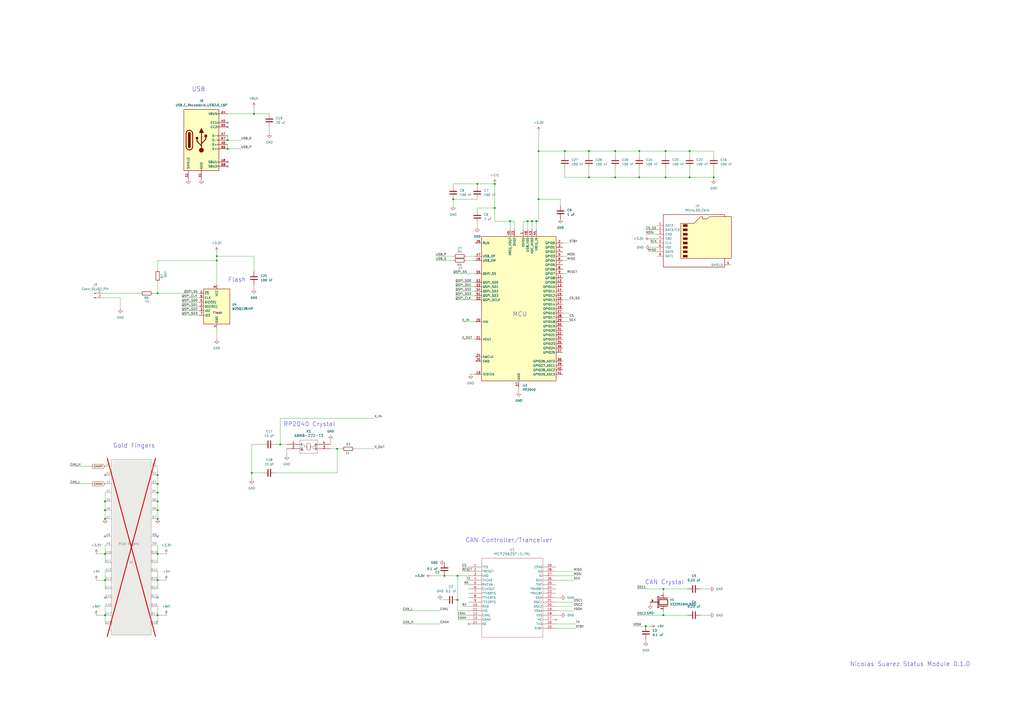
<source format=kicad_sch>
(kicad_sch (version 20250114) (generator "eeschema") (generator_version "9.0")
  (paper "A2")
  (lib_symbols
    (symbol "Connector:Bus_PCI_Express_x1" (pin_names (offset 0) (hide yes))
      (property "Reference" "J1" (at 4.826 -16.002 0))
      (property "info" "PCIe fingers" (at -1.524 -5.588 0))
      (symbol "Bus_PCI_Express_x1_1_1"
        (pin unspecified line (at -15.24 39.37 0) (length 3.81) (name "~{PRSNT1}") (number "A1"))
        (pin unspecified line (at -15.24 34.29 0) (length 3.81) (name "+12V") (number "A2"))
        (pin passive line (at -15.24 29.21 0) (length 3.81) (name "+12V") (number "A3"))
        (pin passive line (at -15.24 24.13 0) (length 3.81) (name "GND") (number "A4"))
        (pin input line (at -15.24 19.05 0) (length 3.81) (name "JTAG2") (number "A5"))
        (pin input line (at -15.24 13.97 0) (length 3.81) (name "JTAG3") (number "A6"))
        (pin output line (at -15.24 8.89 0) (length 3.81) (name "JTAG4") (number "A7"))
        (pin input line (at -15.24 -1.27 0) (length 3.81) (name "JTAG5") (number "A8"))
        (pin passive line (at -15.24 -6.35 0) (length 3.81) (name "+3.3V") (number "A9"))
        (pin passive line (at -15.24 -11.43 0) (length 3.81) (name "+3.3V") (number "A10"))
        (pin input line (at -15.24 -16.51 0) (length 3.81) (name "~{PERST}") (number "A11"))
        (pin passive line (at -15.24 -21.59 0) (length 3.81) (name "GND") (number "A12"))
        (pin input line (at -15.24 -26.67 0) (length 3.81) (name "REFCLK+") (number "A13"))
        (pin input line (at -15.24 -31.75 0) (length 3.81) (name "REFCLK-") (number "A14"))
        (pin passive line (at -15.24 -36.83 0) (length 3.81) (name "GND") (number "A15"))
        (pin output line (at -15.24 -41.91 0) (length 3.81) (name "PERp0") (number "A16"))
        (pin output line (at -15.24 -46.99 0) (length 3.81) (name "PERn0") (number "A17"))
        (pin passive line (at -15.24 -52.07 0) (length 3.81) (name "GND") (number "A18"))
        (pin power_in line (at 15.24 39.37 180) (length 3.81) (name "+12V") (number "B1"))
        (pin passive line (at 15.24 34.29 180) (length 3.81) (name "+12V") (number "B2"))
        (pin passive line (at 15.24 29.21 180) (length 3.81) (name "+12V") (number "B3"))
        (pin power_in line (at 15.24 24.13 180) (length 3.81) (name "GND") (number "B4"))
        (pin input line (at 15.24 19.05 180) (length 3.81) (name "SMCLK") (number "B5"))
        (pin bidirectional line (at 15.24 13.97 180) (length 3.81) (name "SMDAT") (number "B6"))
        (pin passive line (at 15.24 8.89 180) (length 3.81) (name "GND") (number "B7"))
        (pin power_in line (at 15.24 -1.27 180) (length 3.81) (name "+3.3V") (number "B8"))
        (pin input line (at 15.24 -6.35 180) (length 3.81) (name "JTAG1") (number "B9"))
        (pin power_in line (at 15.24 -11.43 180) (length 3.81) (name "3.3Vaux") (number "B10"))
        (pin open_collector line (at 15.24 -16.51 180) (length 3.81) (name "~{WAKE}") (number "B11"))
        (pin passive line (at 15.24 -21.59 180) (length 3.81) (name "RSVD") (number "B12"))
        (pin passive line (at 15.24 -26.67 180) (length 3.81) (name "GND") (number "B13"))
        (pin input line (at 15.24 -31.75 180) (length 3.81) (name "PETp0") (number "B14"))
        (pin input line (at 15.24 -36.83 180) (length 3.81) (name "PETn0") (number "B15"))
        (pin passive line (at 15.24 -41.91 180) (length 3.81) (name "GND") (number "B16"))
        (pin passive line (at 15.24 -46.99 180) (length 3.81) (name "~{PRSNT2}") (number "B17"))
        (pin passive line (at 15.24 -52.07 180) (length 3.81) (name "GND") (number "B18"))
      )
    )
    (symbol "Connector:Conn_01x02_Pin" (pin_names (offset 1.016) (hide yes))
      (property "Reference" "J" (at 0 2.54 0))
      (property "Value" "Conn_01x02_Pin" (at 0 -5.08 0))
      (symbol "Conn_01x02_Pin_1_1"
        (pin passive line (at 5.08 0 180) (length 3.81) (name "Pin_1") (number "1"))
        (pin passive line (at 5.08 -2.54 180) (length 3.81) (name "Pin_2") (number "2"))
      )
    )
    (symbol "Connector:Micro_SD_Card" (pin_names (offset 1.016))
      (property "Reference" "J" (at -16.51 15.24 0))
      (property "Value" "Micro_SD_Card" (at 16.51 15.24 0))
      (symbol "Micro_SD_Card_1_1"
        (pin bidirectional line (at -22.86 7.62 0) (length 3.81) (name "DAT2") (number "1"))
        (pin bidirectional line (at -22.86 5.08 0) (length 3.81) (name "DAT3/CD") (number "2"))
        (pin input line (at -22.86 2.54 0) (length 3.81) (name "CMD") (number "3"))
        (pin power_in line (at -22.86 0 0) (length 3.81) (name "VDD") (number "4"))
        (pin input line (at -22.86 -2.54 0) (length 3.81) (name "CLK") (number "5"))
        (pin power_in line (at -22.86 -5.08 0) (length 3.81) (name "VSS") (number "6"))
        (pin bidirectional line (at -22.86 -7.62 0) (length 3.81) (name "DAT0") (number "7"))
        (pin bidirectional line (at -22.86 -10.16 0) (length 3.81) (name "DAT1") (number "8"))
        (pin passive line (at 20.32 -15.24 180) (length 3.81) (name "SHIELD") (number "9"))
      )
    )
    (symbol "Connector:USB_C_Receptacle_USB2.0_16P" (pin_names (offset 1.016))
      (property "Reference" "J" (at 0 22.225 0))
      (property "Value" "USB_C_Receptacle_USB2.0_16P" (at 0 19.685 0))
      (symbol "USB_C_Receptacle_USB2.0_16P_1_1"
        (pin passive line (at -7.62 -22.86 90) (length 5.08) (name "SHIELD") (number "S1"))
        (pin passive line (at 0 -22.86 90) (length 5.08) (name "GND") (number "A1"))
        (pin passive line (at 0 -22.86 90) (length 5.08) (hide yes) (name "GND") (number "A12"))
        (pin passive line (at 0 -22.86 90) (length 5.08) (hide yes) (name "GND") (number "B1"))
        (pin passive line (at 0 -22.86 90) (length 5.08) (hide yes) (name "GND") (number "B12"))
        (pin passive line (at 15.24 15.24 180) (length 5.08) (name "VBUS") (number "A4"))
        (pin passive line (at 15.24 15.24 180) (length 5.08) (hide yes) (name "VBUS") (number "A9"))
        (pin passive line (at 15.24 15.24 180) (length 5.08) (hide yes) (name "VBUS") (number "B4"))
        (pin passive line (at 15.24 15.24 180) (length 5.08) (hide yes) (name "VBUS") (number "B9"))
        (pin bidirectional line (at 15.24 10.16 180) (length 5.08) (name "CC1") (number "A5"))
        (pin bidirectional line (at 15.24 7.62 180) (length 5.08) (name "CC2") (number "B5"))
        (pin bidirectional line (at 15.24 2.54 180) (length 5.08) (name "D-") (number "A7"))
        (pin bidirectional line (at 15.24 0 180) (length 5.08) (name "D-") (number "B7"))
        (pin bidirectional line (at 15.24 -2.54 180) (length 5.08) (name "D+") (number "A6"))
        (pin bidirectional line (at 15.24 -5.08 180) (length 5.08) (name "D+") (number "B6"))
        (pin bidirectional line (at 15.24 -12.7 180) (length 5.08) (name "SBU1") (number "A8"))
        (pin bidirectional line (at 15.24 -15.24 180) (length 5.08) (name "SBU2") (number "B8"))
      )
    )
    (symbol "Device:C" (pin_numbers (hide yes)) (pin_names (offset 0.254))
      (property "Reference" "C" (at 0.635 2.54 0))
      (property "Value" "C" (at 0.635 -2.54 0))
      (symbol "C_1_1"
        (pin passive line (at 0 3.81 270) (length 2.794) (name "~") (number "1"))
        (pin passive line (at 0 -3.81 90) (length 2.794) (name "~") (number "2"))
      )
    )
    (symbol "Device:R" (pin_numbers (hide yes)) (pin_names (offset 0))
      (property "Reference" "R" (at 2.032 0 90))
      (property "Value" "R" (at 0 0 90))
      (symbol "R_1_1"
        (pin passive line (at 0 3.81 270) (length 1.27) (name "~") (number "1"))
        (pin passive line (at 0 -3.81 90) (length 1.27) (name "~") (number "2"))
      )
    )
    (symbol "MCU_RaspberryPi:RP2040"
      (property "Reference" "U" (at 17.78 45.72 0))
      (property "Value" "RP2040" (at 17.78 43.18 0))
      (symbol "RP2040_1_1"
        (pin input line (at -25.4 38.1 0) (length 3.81) (name "RUN") (number "26"))
        (pin bidirectional line (at -25.4 30.48 0) (length 3.81) (name "USB_DP") (number "47"))
        (pin bidirectional line (at -25.4 27.94 0) (length 3.81) (name "USB_DM") (number "46"))
        (pin bidirectional line (at -25.4 20.32 0) (length 3.81) (name "QSPI_SS") (number "56"))
        (pin bidirectional line (at -25.4 15.24 0) (length 3.81) (name "QSPI_SD0") (number "53"))
        (pin bidirectional line (at -25.4 12.7 0) (length 3.81) (name "QSPI_SD1") (number "55"))
        (pin bidirectional line (at -25.4 10.16 0) (length 3.81) (name "QSPI_SD2") (number "54"))
        (pin bidirectional line (at -25.4 7.62 0) (length 3.81) (name "QSPI_SD3") (number "51"))
        (pin output line (at -25.4 5.08 0) (length 3.81) (name "QSPI_SCLK") (number "52"))
        (pin input line (at -25.4 -7.62 0) (length 3.81) (name "XIN") (number "20"))
        (pin passive line (at -25.4 -17.78 0) (length 3.81) (name "XOUT") (number "21"))
        (pin input line (at -25.4 -27.94 0) (length 3.81) (name "SWCLK") (number "24"))
        (pin bidirectional line (at -25.4 -30.48 0) (length 3.81) (name "SWD") (number "25"))
        (pin input line (at -25.4 -38.1 0) (length 3.81) (name "TESTEN") (number "19"))
        (pin power_out line (at -5.08 45.72 270) (length 3.81) (name "VREG_VOUT") (number "45"))
        (pin power_in line (at -2.54 45.72 270) (length 3.81) (name "DVDD") (number "23"))
        (pin passive line (at -2.54 45.72 270) (length 3.81) (hide yes) (name "DVDD") (number "50"))
        (pin power_in line (at 0 -45.72 90) (length 3.81) (name "GND") (number "57"))
        (pin power_in line (at 2.54 45.72 270) (length 3.81) (name "IOVDD") (number "1"))
        (pin passive line (at 2.54 45.72 270) (length 3.81) (hide yes) (name "IOVDD") (number "10"))
        (pin passive line (at 2.54 45.72 270) (length 3.81) (hide yes) (name "IOVDD") (number "22"))
        (pin passive line (at 2.54 45.72 270) (length 3.81) (hide yes) (name "IOVDD") (number "33"))
        (pin passive line (at 2.54 45.72 270) (length 3.81) (hide yes) (name "IOVDD") (number "42"))
        (pin passive line (at 2.54 45.72 270) (length 3.81) (hide yes) (name "IOVDD") (number "49"))
        (pin power_in line (at 5.08 45.72 270) (length 3.81) (name "USB_VDD") (number "48"))
        (pin power_in line (at 7.62 45.72 270) (length 3.81) (name "ADC_AVDD") (number "43"))
        (pin power_in line (at 10.16 45.72 270) (length 3.81) (name "VREG_IN") (number "44"))
        (pin bidirectional line (at 25.4 38.1 180) (length 3.81) (name "GPIO0") (number "2"))
        (pin bidirectional line (at 25.4 35.56 180) (length 3.81) (name "GPIO1") (number "3"))
        (pin bidirectional line (at 25.4 33.02 180) (length 3.81) (name "GPIO2") (number "4"))
        (pin bidirectional line (at 25.4 30.48 180) (length 3.81) (name "GPIO3") (number "5"))
        (pin bidirectional line (at 25.4 27.94 180) (length 3.81) (name "GPIO4") (number "6"))
        (pin bidirectional line (at 25.4 25.4 180) (length 3.81) (name "GPIO5") (number "7"))
        (pin bidirectional line (at 25.4 22.86 180) (length 3.81) (name "GPIO6") (number "8"))
        (pin bidirectional line (at 25.4 20.32 180) (length 3.81) (name "GPIO7") (number "9"))
        (pin bidirectional line (at 25.4 17.78 180) (length 3.81) (name "GPIO8") (number "11"))
        (pin bidirectional line (at 25.4 15.24 180) (length 3.81) (name "GPIO9") (number "12"))
        (pin bidirectional line (at 25.4 12.7 180) (length 3.81) (name "GPIO10") (number "13"))
        (pin bidirectional line (at 25.4 10.16 180) (length 3.81) (name "GPIO11") (number "14"))
        (pin bidirectional line (at 25.4 7.62 180) (length 3.81) (name "GPIO12") (number "15"))
        (pin bidirectional line (at 25.4 5.08 180) (length 3.81) (name "GPIO13") (number "16"))
        (pin bidirectional line (at 25.4 2.54 180) (length 3.81) (name "GPIO14") (number "17"))
        (pin bidirectional line (at 25.4 0 180) (length 3.81) (name "GPIO15") (number "18"))
        (pin bidirectional line (at 25.4 -2.54 180) (length 3.81) (name "GPIO16") (number "27"))
        (pin bidirectional line (at 25.4 -5.08 180) (length 3.81) (name "GPIO17") (number "28"))
        (pin bidirectional line (at 25.4 -7.62 180) (length 3.81) (name "GPIO18") (number "29"))
        (pin bidirectional line (at 25.4 -10.16 180) (length 3.81) (name "GPIO19") (number "30"))
        (pin bidirectional line (at 25.4 -12.7 180) (length 3.81) (name "GPIO20") (number "31"))
        (pin bidirectional line (at 25.4 -15.24 180) (length 3.81) (name "GPIO21") (number "32"))
        (pin bidirectional line (at 25.4 -17.78 180) (length 3.81) (name "GPIO22") (number "34"))
        (pin bidirectional line (at 25.4 -20.32 180) (length 3.81) (name "GPIO23") (number "35"))
        (pin bidirectional line (at 25.4 -22.86 180) (length 3.81) (name "GPIO24") (number "36"))
        (pin bidirectional line (at 25.4 -25.4 180) (length 3.81) (name "GPIO25") (number "37"))
        (pin bidirectional line (at 25.4 -30.48 180) (length 3.81) (name "GPIO26_ADC0") (number "38"))
        (pin bidirectional line (at 25.4 -33.02 180) (length 3.81) (name "GPIO27_ADC1") (number "39"))
        (pin bidirectional line (at 25.4 -35.56 180) (length 3.81) (name "GPIO28_ADC2") (number "40"))
        (pin bidirectional line (at 25.4 -38.1 180) (length 3.81) (name "GPIO29_ADC3") (number "41"))
      )
    )
    (symbol "Memory_Flash:W25Q128JVP"
      (property "Reference" "U" (at -6.35 11.43 0))
      (property "Value" "W25Q128JVP" (at 7.62 11.43 0))
      (symbol "W25Q128JVP_1_1"
        (pin input line (at -10.16 7.62 0) (length 2.54) (name "~{CS}") (number "1"))
        (pin input line (at -10.16 5.08 0) (length 2.54) (name "CLK") (number "6"))
        (pin bidirectional line (at -10.16 2.54 0) (length 2.54) (name "DI(IO0)") (number "5"))
        (pin bidirectional line (at -10.16 0 0) (length 2.54) (name "DO(IO1)") (number "2"))
        (pin bidirectional line (at -10.16 -2.54 0) (length 2.54) (name "IO2") (number "3"))
        (pin bidirectional line (at -10.16 -5.08 0) (length 2.54) (name "IO3") (number "7"))
        (pin power_in line (at 0 12.7 270) (length 2.54) (name "VCC") (number "8"))
        (pin power_in line (at 0 -12.7 90) (length 2.54) (name "GND") (number "4"))
      )
    )
    (symbol "challenge symbols:ABM8-272-T3" (pin_names (offset 0.254))
      (property "Reference" "X" (at 12.7 7.62 0))
      (property "Value" "ABM8-272-T3" (at 12.7 5.08 0))
      (symbol "ABM8-272-T3_0_1"
        (pin unspecified line (at 0 0 0) (length 7.62) (name "1") (number "1"))
        (pin unspecified line (at 0 -2.54 0) (length 7.62) (name "2") (number "2"))
        (pin unspecified line (at 25.4 0 180) (length 7.62) (name "4") (number "4"))
        (pin unspecified line (at 25.4 -2.54 180) (length 7.62) (name "3") (number "3"))
      )
    )
    (symbol "challenge symbols:MCP25625T-E_ML" (pin_names (offset 0.254))
      (property "Reference" "U" (at 25.4 10.16 0))
      (property "Value" "MCP25625T-E/ML" (at 25.4 7.62 0))
      (symbol "MCP25625T-E_ML_0_1"
        (pin input line (at 0 0 0) (length 7.62) (name "*CS") (number "1"))
        (pin input line (at 0 -2.54 0) (length 7.62) (name "*RESET") (number "2"))
        (pin power_in line (at 0 -5.08 0) (length 7.62) (name "VDD") (number "3"))
        (pin output line (at 0 -7.62 0) (length 7.62) (name "TXCAN") (number "4"))
        (pin input line (at 0 -10.16 0) (length 7.62) (name "RXCAN") (number "5"))
        (pin output line (at 0 -12.7 0) (length 7.62) (name "CLKOUT") (number "6"))
        (pin input line (at 0 -15.24 0) (length 7.62) (name "*TX0RTS") (number "7"))
        (pin input line (at 0 -17.78 0) (length 7.62) (name "*TX1RTS") (number "8"))
        (pin input line (at 0 -20.32 0) (length 7.62) (name "*TX2RTS") (number "9"))
        (pin output line (at 0 -22.86 0) (length 7.62) (name "RXD") (number "10"))
        (pin power_in line (at 0 -25.4 0) (length 7.62) (name "VIO") (number "11"))
        (pin bidirectional line (at 0 -27.94 0) (length 7.62) (name "CANL") (number "12"))
        (pin bidirectional line (at 0 -30.48 0) (length 7.62) (name "CANH") (number "13"))
        (pin no_connect line (at 0 -33.02 0) (length 7.62) (name "NC") (number "14"))
        (pin unspecified line (at 50.8 0 180) (length 7.62) (name "EPAD") (number "29"))
        (pin output line (at 50.8 -2.54 180) (length 7.62) (name "SO") (number "28"))
        (pin input line (at 50.8 -5.08 180) (length 7.62) (name "SI") (number "27"))
        (pin input line (at 50.8 -7.62 180) (length 7.62) (name "SCK") (number "26"))
        (pin output line (at 50.8 -10.16 180) (length 7.62) (name "*INT") (number "25"))
        (pin output line (at 50.8 -12.7 180) (length 7.62) (name "*RX0BF") (number "24"))
        (pin output line (at 50.8 -15.24 180) (length 7.62) (name "*RX1BF") (number "23"))
        (pin power_in line (at 50.8 -17.78 180) (length 7.62) (name "GND") (number "22"))
        (pin input line (at 50.8 -20.32 180) (length 7.62) (name "OSC1") (number "21"))
        (pin output line (at 50.8 -22.86 180) (length 7.62) (name "OSC2") (number "20"))
        (pin power_in line (at 50.8 -25.4 180) (length 7.62) (name "VDDA") (number "19"))
        (pin power_in line (at 50.8 -27.94 180) (length 7.62) (name "VSS") (number "18"))
        (pin no_connect line (at 50.8 -30.48 180) (length 7.62) (name "NC") (number "17"))
        (pin input line (at 50.8 -33.02 180) (length 7.62) (name "TXD") (number "16"))
        (pin input line (at 50.8 -35.56 180) (length 7.62) (name "STBY") (number "15"))
      )
    )
    (symbol "challenge symbols:X322516MLB4SI" (pin_names (offset 1.016))
      (property "Reference" "Y" (at -5.08 6.35 0))
      (property "Value" "X322516MLB4SI" (at -5.08 3.81 0))
      (symbol "X322516MLB4SI_0_0"
        (pin passive line (at -5.08 0 0) (length 2.54) (name "~") (number "1"))
        (pin power_in line (at 0 -7.62 90) (length 2.54) (name "~") (number "2"))
        (pin power_in line (at 0 -7.62 90) (length 2.54) (name "~") (number "4"))
        (pin passive line (at 5.08 0 180) (length 2.54) (name "~") (number "3"))
      )
    )
    (symbol "power:+1V1" (power) (pin_numbers (hide yes)) (pin_names (offset 0) (hide yes))
      (property "Value" "+1V1" (at 0 3.556 0))
      (symbol "+1V1_1_1"
        (pin power_in line (at 0 0 90) (length 0) (name "~") (number "1"))
      )
    )
    (symbol "power:+3.3V" (power) (pin_numbers (hide yes)) (pin_names (offset 0) (hide yes))
      (property "Value" "+3.3V" (at 0 3.556 0))
      (symbol "+3.3V_1_1"
        (pin power_in line (at 0 0 90) (length 0) (name "~") (number "1"))
      )
    )
    (symbol "power:+5V" (power) (pin_numbers (hide yes)) (pin_names (offset 0) (hide yes))
      (property "Value" "+5V" (at 0 3.556 0))
      (symbol "+5V_1_1"
        (pin power_in line (at 0 0 90) (length 0) (name "~") (number "1"))
      )
    )
    (symbol "power:GND" (power) (pin_numbers (hide yes)) (pin_names (offset 0) (hide yes))
      (property "Value" "GND" (at 0 -3.81 0))
      (symbol "GND_1_1"
        (pin power_in line (at 0 0 270) (length 0) (name "~") (number "1"))
      )
    )
    (symbol "power:VAA" (power) (pin_numbers (hide yes)) (pin_names (offset 0) (hide yes))
      (property "Value" "VAA" (at 0 3.556 0))
      (symbol "VAA_1_1"
        (pin power_in line (at 0 0 90) (length 0) (name "~") (number "1"))
      )
    )
    (symbol "power:VBUS" (power) (pin_numbers (hide yes)) (pin_names (offset 0) (hide yes))
      (property "Value" "VBUS" (at 0 3.556 0))
      (symbol "VBUS_1_1"
        (pin power_in line (at 0 0 90) (length 0) (name "~") (number "1"))
      )
    )
  )
  (text "RP2040 Crystal" (at 164.465 247.65 0) (effects (font (size 2.54 2.54)) (justify left bottom)))
  (text "USB" (at 111.252 53.34 0) (effects (font (size 2.54 2.54)) (justify left bottom)))
  (text "CAN Crystal" (at 374.142 339.344 0) (effects (font (size 2.54 2.54)) (justify left bottom)))
  (text "MCU\n" (at 297.434 183.896 0) (effects (font (size 2.54 2.54)) (justify left bottom)))
  (text "Nicolas Suarez Status Module 0.1.0" (at 493.014 386.842 0) (effects (font (size 2.54 2.54)) (justify left bottom)))
  (text "Gold Fingers" (at 65.532 260.096 0) (effects (font (size 2.54 2.54)) (justify left bottom)))
  (text "CAN Controller/Tranceiver" (at 270.002 314.96 0) (effects (font (size 2.54 2.54)) (justify left bottom)))
  (text "Flash" (at 132.334 163.83 0) (effects (font (size 2.54 2.54)) (justify left bottom)))
  (junction (at 327.66 87.63))
  (junction (at 91.44 356.87))
  (junction (at 91.44 295.91))
  (junction (at 91.44 285.75))
  (junction (at 60.96 321.31))
  (junction (at 384.81 356.87))
  (junction (at 400.05 102.87))
  (junction (at 341.63 87.63))
  (junction (at 91.44 280.67))
  (junction (at 384.81 341.63))
  (junction (at 60.96 295.91))
  (junction (at 91.44 300.99))
  (junction (at 91.44 290.83))
  (junction (at 146.05 274.32))
  (junction (at 195.58 260.35))
  (junction (at 341.63 102.87))
  (junction (at 386.08 87.63))
  (junction (at 312.42 87.63))
  (junction (at 132.08 86.36))
  (junction (at 308.61 128.27))
  (junction (at 386.08 102.87))
  (junction (at 287.02 120.65))
  (junction (at 311.15 128.27))
  (junction (at 60.96 300.99))
  (junction (at 306.07 128.27))
  (junction (at 265.43 334.01))
  (junction (at 265.43 347.98))
  (junction (at 287.02 106.68))
  (junction (at 91.44 275.59))
  (junction (at 60.96 356.87))
  (junction (at 91.44 336.55))
  (junction (at 400.05 87.63))
  (junction (at 125.73 151.13))
  (junction (at 262.89 115.57))
  (junction (at 132.08 81.28))
  (junction (at 414.02 102.87))
  (junction (at 60.96 290.83))
  (junction (at 374.65 363.22))
  (junction (at 91.44 170.18))
  (junction (at 162.56 257.81))
  (junction (at 370.84 102.87))
  (junction (at 91.44 321.31))
  (junction (at 312.42 115.57))
  (junction (at 370.84 87.63))
  (junction (at 356.87 87.63))
  (junction (at 276.86 106.68))
  (junction (at 125.73 148.59))
  (junction (at 257.81 334.01))
  (junction (at 295.91 128.27))
  (junction (at 60.96 336.55))
  (junction (at 356.87 102.87))
  (junction (at 147.32 66.04))
  (no_connect (at 91.44 346.71))
  (no_connect (at 132.08 96.52))
  (no_connect (at 132.08 93.98))
  (no_connect (at 91.44 311.15))
  (no_connect (at 132.08 73.66))
  (no_connect (at 60.96 346.71))
  (no_connect (at 132.08 71.12))
  (no_connect (at 60.96 275.59))
  (no_connect (at 60.96 311.15))
  (wire (pts (xy 91.44 290.83) (xy 91.44 295.91)))
  (wire (pts (xy 257.81 334.01) (xy 265.43 334.01)))
  (wire (pts (xy 295.91 133.35) (xy 295.91 128.27)))
  (wire (pts (xy 60.96 285.75) (xy 60.96 290.83)))
  (wire (pts (xy 276.86 132.08) (xy 276.86 129.54)))
  (wire (pts (xy 91.44 321.31) (xy 91.44 326.39)))
  (wire (pts (xy 327.66 97.79) (xy 327.66 102.87)))
  (wire (pts (xy 91.44 295.91) (xy 91.44 300.99)))
  (wire (pts (xy 298.45 128.27) (xy 295.91 128.27)))
  (wire (pts (xy 162.56 242.57) (xy 217.17 242.57)))
  (wire (pts (xy 105.41 177.8) (xy 115.57 177.8)))
  (wire (pts (xy 308.61 128.27) (xy 308.61 133.35)))
  (wire (pts (xy 414.02 90.17) (xy 414.02 87.63)))
  (wire (pts (xy 191.77 255.27) (xy 191.77 257.81)))
  (wire (pts (xy 262.89 115.57) (xy 276.86 115.57)))
  (wire (pts (xy 264.16 163.83) (xy 275.59 163.83)))
  (wire (pts (xy 265.43 334.01) (xy 271.78 334.01)))
  (wire (pts (xy 265.43 356.87) (xy 271.78 356.87)))
  (wire (pts (xy 270.51 151.13) (xy 275.59 151.13)))
  (wire (pts (xy 384.81 354.33) (xy 384.81 356.87)))
  (wire (pts (xy 341.63 87.63) (xy 356.87 87.63)))
  (wire (pts (xy 69.85 172.72) (xy 69.85 179.07)))
  (wire (pts (xy 287.02 120.65) (xy 276.86 120.65)))
  (wire (pts (xy 55.88 356.87) (xy 60.96 356.87)))
  (wire (pts (xy 262.89 158.75) (xy 275.59 158.75)))
  (wire (pts (xy 356.87 97.79) (xy 356.87 102.87)))
  (wire (pts (xy 147.32 157.48) (xy 147.32 148.59)))
  (wire (pts (xy 414.02 104.14) (xy 414.02 102.87)))
  (wire (pts (xy 146.05 257.81) (xy 146.05 274.32)))
  (wire (pts (xy 400.05 90.17) (xy 400.05 87.63)))
  (wire (pts (xy 156.21 77.47) (xy 156.21 73.66)))
  (wire (pts (xy 40.64 270.51) (xy 60.96 270.51)))
  (wire (pts (xy 327.66 87.63) (xy 312.42 87.63)))
  (wire (pts (xy 91.44 170.18) (xy 115.57 170.18)))
  (wire (pts (xy 250.19 334.01) (xy 257.81 334.01)))
  (wire (pts (xy 255.27 347.98) (xy 257.81 347.98)))
  (wire (pts (xy 267.97 196.85) (xy 275.59 196.85)))
  (wire (pts (xy 414.02 102.87) (xy 400.05 102.87)))
  (wire (pts (xy 377.19 138.43) (xy 381 138.43)))
  (wire (pts (xy 60.96 356.87) (xy 60.96 351.79)))
  (wire (pts (xy 330.2 186.69) (xy 326.39 186.69)))
  (wire (pts (xy 125.73 148.59) (xy 125.73 151.13)))
  (wire (pts (xy 287.02 128.27) (xy 295.91 128.27)))
  (wire (pts (xy 341.63 97.79) (xy 341.63 102.87)))
  (wire (pts (xy 370.84 87.63) (xy 356.87 87.63)))
  (wire (pts (xy 369.57 356.87) (xy 384.81 356.87)))
  (wire (pts (xy 308.61 128.27) (xy 311.15 128.27)))
  (wire (pts (xy 341.63 90.17) (xy 341.63 87.63)))
  (wire (pts (xy 411.48 356.87) (xy 406.4 356.87)))
  (wire (pts (xy 356.87 102.87) (xy 370.84 102.87)))
  (wire (pts (xy 276.86 106.68) (xy 287.02 106.68)))
  (wire (pts (xy 276.86 106.68) (xy 262.89 106.68)))
  (wire (pts (xy 91.44 156.21) (xy 91.44 151.13)))
  (wire (pts (xy 400.05 102.87) (xy 400.05 97.79)))
  (wire (pts (xy 334.01 361.95) (xy 322.58 361.95)))
  (wire (pts (xy 325.12 356.87) (xy 322.58 356.87)))
  (wire (pts (xy 267.97 186.69) (xy 275.59 186.69)))
  (wire (pts (xy 132.08 81.28) (xy 132.08 78.74)))
  (wire (pts (xy 265.43 347.98) (xy 265.43 354.33)))
  (wire (pts (xy 91.44 336.55) (xy 91.44 331.47)))
  (wire (pts (xy 60.96 321.31) (xy 60.96 316.23)))
  (wire (pts (xy 264.16 173.99) (xy 275.59 173.99)))
  (wire (pts (xy 312.42 76.2) (xy 312.42 87.63)))
  (wire (pts (xy 264.16 166.37) (xy 275.59 166.37)))
  (wire (pts (xy 386.08 90.17) (xy 386.08 87.63)))
  (wire (pts (xy 328.93 158.75) (xy 326.39 158.75)))
  (wire (pts (xy 132.08 66.04) (xy 147.32 66.04)))
  (wire (pts (xy 276.86 106.68) (xy 276.86 107.95)))
  (wire (pts (xy 59.69 172.72) (xy 69.85 172.72)))
  (wire (pts (xy 306.07 128.27) (xy 308.61 128.27)))
  (wire (pts (xy 273.05 217.17) (xy 275.59 217.17)))
  (wire (pts (xy 330.2 140.97) (xy 326.39 140.97)))
  (wire (pts (xy 414.02 97.79) (xy 414.02 102.87)))
  (wire (pts (xy 374.65 135.89) (xy 381 135.89)))
  (wire (pts (xy 96.52 356.87) (xy 91.44 356.87)))
  (wire (pts (xy 267.97 331.47) (xy 271.78 331.47)))
  (wire (pts (xy 152.4 257.81) (xy 146.05 257.81)))
  (wire (pts (xy 125.73 146.05) (xy 125.73 148.59)))
  (wire (pts (xy 332.74 351.79) (xy 322.58 351.79)))
  (wire (pts (xy 105.41 175.26) (xy 115.57 175.26)))
  (wire (pts (xy 91.44 280.67) (xy 91.44 285.75)))
  (wire (pts (xy 160.02 274.32) (xy 195.58 274.32)))
  (wire (pts (xy 40.64 280.67) (xy 60.96 280.67)))
  (wire (pts (xy 332.74 354.33) (xy 322.58 354.33)))
  (wire (pts (xy 91.44 321.31) (xy 91.44 316.23)))
  (wire (pts (xy 370.84 90.17) (xy 370.84 87.63)))
  (wire (pts (xy 105.41 172.72) (xy 115.57 172.72)))
  (wire (pts (xy 262.89 148.59) (xy 252.73 148.59)))
  (wire (pts (xy 287.02 106.68) (xy 287.02 120.65)))
  (wire (pts (xy 386.08 87.63) (xy 400.05 87.63)))
  (wire (pts (xy 60.96 356.87) (xy 60.96 361.95)))
  (wire (pts (xy 60.96 295.91) (xy 60.96 300.99)))
  (wire (pts (xy 162.56 257.81) (xy 162.56 242.57)))
  (wire (pts (xy 269.24 339.09) (xy 271.78 339.09)))
  (wire (pts (xy 91.44 356.87) (xy 91.44 351.79)))
  (wire (pts (xy 330.2 173.99) (xy 326.39 173.99)))
  (wire (pts (xy 88.9 170.18) (xy 91.44 170.18)))
  (wire (pts (xy 60.96 321.31) (xy 60.96 326.39)))
  (wire (pts (xy 306.07 128.27) (xy 306.07 133.35)))
  (wire (pts (xy 374.65 363.22) (xy 377.19 363.22)))
  (wire (pts (xy 325.12 119.38) (xy 325.12 115.57)))
  (wire (pts (xy 262.89 106.68) (xy 262.89 107.95)))
  (wire (pts (xy 367.03 363.22) (xy 374.65 363.22)))
  (wire (pts (xy 55.88 336.55) (xy 60.96 336.55)))
  (wire (pts (xy 386.08 102.87) (xy 400.05 102.87)))
  (wire (pts (xy 311.15 128.27) (xy 311.15 133.35)))
  (wire (pts (xy 146.05 278.13) (xy 146.05 274.32)))
  (wire (pts (xy 265.43 359.41) (xy 271.78 359.41)))
  (wire (pts (xy 374.65 372.11) (xy 374.65 370.84)))
  (wire (pts (xy 374.65 133.35) (xy 381 133.35)))
  (wire (pts (xy 264.16 171.45) (xy 275.59 171.45)))
  (wire (pts (xy 370.84 87.63) (xy 386.08 87.63)))
  (wire (pts (xy 91.44 170.18) (xy 91.44 163.83)))
  (wire (pts (xy 265.43 334.01) (xy 265.43 347.98)))
  (wire (pts (xy 233.68 361.95) (xy 255.27 361.95)))
  (wire (pts (xy 91.44 285.75) (xy 91.44 290.83)))
  (wire (pts (xy 55.88 321.31) (xy 60.96 321.31)))
  (wire (pts (xy 195.58 260.35) (xy 198.12 260.35)))
  (wire (pts (xy 270.51 336.55) (xy 271.78 336.55)))
  (wire (pts (xy 370.84 102.87) (xy 386.08 102.87)))
  (wire (pts (xy 377.19 140.97) (xy 381 140.97)))
  (wire (pts (xy 377.19 350.52) (xy 377.19 349.25)))
  (wire (pts (xy 264.16 168.91) (xy 275.59 168.91)))
  (wire (pts (xy 325.12 346.71) (xy 322.58 346.71)))
  (wire (pts (xy 267.97 328.93) (xy 271.78 328.93)))
  (wire (pts (xy 287.02 120.65) (xy 287.02 128.27)))
  (wire (pts (xy 330.2 181.61) (xy 326.39 181.61)))
  (wire (pts (xy 96.52 321.31) (xy 91.44 321.31)))
  (wire (pts (xy 303.53 133.35) (xy 303.53 128.27)))
  (wire (pts (xy 125.73 190.5) (xy 125.73 196.85)))
  (wire (pts (xy 384.81 356.87) (xy 398.78 356.87)))
  (wire (pts (xy 191.77 260.35) (xy 195.58 260.35)))
  (wire (pts (xy 132.08 86.36) (xy 139.7 86.36)))
  (wire (pts (xy 233.68 354.33) (xy 255.27 354.33)))
  (wire (pts (xy 328.93 148.59) (xy 326.39 148.59)))
  (wire (pts (xy 60.96 336.55) (xy 60.96 341.63)))
  (wire (pts (xy 325.12 115.57) (xy 312.42 115.57)))
  (wire (pts (xy 91.44 356.87) (xy 91.44 361.95)))
  (wire (pts (xy 327.66 90.17) (xy 327.66 87.63)))
  (wire (pts (xy 322.58 364.49) (xy 334.01 364.49)))
  (wire (pts (xy 132.08 83.82) (xy 132.08 86.36)))
  (wire (pts (xy 341.63 87.63) (xy 327.66 87.63)))
  (wire (pts (xy 60.96 290.83) (xy 60.96 295.91)))
  (wire (pts (xy 271.78 351.79) (xy 267.97 351.79)))
  (wire (pts (xy 303.53 128.27) (xy 306.07 128.27)))
  (wire (pts (xy 332.74 349.25) (xy 322.58 349.25)))
  (wire (pts (xy 166.37 264.16) (xy 166.37 260.35)))
  (wire (pts (xy 252.73 151.13) (xy 262.89 151.13)))
  (wire (pts (xy 276.86 120.65) (xy 276.86 121.92)))
  (wire (pts (xy 312.42 87.63) (xy 312.42 115.57)))
  (wire (pts (xy 332.74 336.55) (xy 322.58 336.55)))
  (wire (pts (xy 96.52 336.55) (xy 91.44 336.55)))
  (wire (pts (xy 328.93 151.13) (xy 326.39 151.13)))
  (wire (pts (xy 332.74 331.47) (xy 322.58 331.47)))
  (wire (pts (xy 195.58 274.32) (xy 195.58 260.35)))
  (wire (pts (xy 327.66 102.87) (xy 341.63 102.87)))
  (wire (pts (xy 147.32 167.64) (xy 147.32 165.1)))
  (wire (pts (xy 125.73 151.13) (xy 125.73 165.1)))
  (wire (pts (xy 162.56 257.81) (xy 160.02 257.81)))
  (wire (pts (xy 411.48 341.63) (xy 406.4 341.63)))
  (wire (pts (xy 152.4 274.32) (xy 146.05 274.32)))
  (wire (pts (xy 375.92 146.05) (xy 381 146.05)))
  (wire (pts (xy 384.81 341.63) (xy 398.78 341.63)))
  (wire (pts (xy 262.89 115.57) (xy 262.89 119.38)))
  (wire (pts (xy 132.08 81.28) (xy 139.7 81.28)))
  (wire (pts (xy 166.37 257.81) (xy 162.56 257.81)))
  (wire (pts (xy 384.81 341.63) (xy 384.81 344.17)))
  (wire (pts (xy 330.2 184.15) (xy 326.39 184.15)))
  (wire (pts (xy 377.19 143.51) (xy 381 143.51)))
  (wire (pts (xy 311.15 128.27) (xy 312.42 128.27)))
  (wire (pts (xy 386.08 97.79) (xy 386.08 102.87)))
  (wire (pts (xy 147.32 62.23) (xy 147.32 66.04)))
  (wire (pts (xy 105.41 182.88) (xy 115.57 182.88)))
  (wire (pts (xy 370.84 97.79) (xy 370.84 102.87)))
  (wire (pts (xy 91.44 270.51) (xy 91.44 275.59)))
  (wire (pts (xy 59.69 170.18) (xy 81.28 170.18)))
  (wire (pts (xy 414.02 87.63) (xy 400.05 87.63)))
  (wire (pts (xy 300.99 227.33) (xy 300.99 224.79)))
  (wire (pts (xy 271.78 354.33) (xy 265.43 354.33)))
  (wire (pts (xy 91.44 151.13) (xy 125.73 151.13)))
  (wire (pts (xy 205.74 260.35) (xy 217.17 260.35)))
  (wire (pts (xy 60.96 336.55) (xy 60.96 331.47)))
  (wire (pts (xy 298.45 133.35) (xy 298.45 128.27)))
  (wire (pts (xy 91.44 336.55) (xy 91.44 341.63)))
  (wire (pts (xy 105.41 180.34) (xy 115.57 180.34)))
  (wire (pts (xy 91.44 275.59) (xy 91.44 280.67)))
  (wire (pts (xy 270.51 148.59) (xy 275.59 148.59)))
  (wire (pts (xy 341.63 102.87) (xy 356.87 102.87)))
  (wire (pts (xy 147.32 148.59) (xy 125.73 148.59)))
  (wire (pts (xy 312.42 115.57) (xy 312.42 128.27)))
  (wire (pts (xy 147.32 66.04) (xy 156.21 66.04)))
  (wire (pts (xy 356.87 90.17) (xy 356.87 87.63)))
  (wire (pts (xy 369.57 341.63) (xy 384.81 341.63)))
  (wire (pts (xy 332.74 334.01) (xy 322.58 334.01)))
  (label "QSPI_SD0" (at 105.41 175.26 0))
  (label "QSPI_SD1" (at 264.16 166.37 0))
  (label "USB_P" (at 139.7 86.36 0))
  (label "X_IN" (at 217.17 242.57 0))
  (label "X_OUT" (at 267.97 196.85 0))
  (label "QSPI_SD2" (at 105.41 180.34 0))
  (label "QSPI_SD0" (at 264.16 163.83 0))
  (label "X_OUT" (at 217.17 260.35 0))
  (label "RESET" (at 267.97 331.47 0))
  (label "QSPI_SS" (at 262.89 158.75 0))
  (label "CAN_L" (at 233.68 354.33 0))
  (label "OSC2" (at 369.57 356.87 0))
  (label "OSC1" (at 369.57 341.63 0))
  (label "MOSI" (at 332.74 334.01 0))
  (label "USB_D" (at 252.73 151.13 0))
  (label "QSPI_CLK" (at 264.16 173.99 0))
  (label "USB_D" (at 139.7 81.28 0))
  (label "SCK" (at 332.74 336.55 0))
  (label "OSC1" (at 332.74 349.25 0))
  (label "CANL" (at 265.43 356.87 0))
  (label "TX" (at 334.01 361.95 0))
  (label "OSC2" (at 332.74 351.79 0))
  (label "CANH" (at 255.27 361.95 0))
  (label "X_IN" (at 267.97 186.69 0))
  (label "MOSI" (at 328.93 148.59 0))
  (label "RX" (at 269.24 339.09 0))
  (label "CANH" (at 265.43 359.41 0))
  (label "CS" (at 267.97 328.93 0))
  (label "RX" (at 267.97 351.79 0))
  (label "CS" (at 330.2 184.15 0))
  (label "QSPI_SS" (at 106.68 170.18 0))
  (label "CS_SD" (at 374.65 133.35 0))
  (label "CAN_H" (at 233.68 361.95 0))
  (label "STBY" (at 334.01 364.49 0))
  (label "MOSI" (at 374.65 135.89 0))
  (label "VDDA" (at 367.03 363.22 0))
  (label "MISO" (at 328.93 151.13 0))
  (label "MISO" (at 375.92 146.05 0))
  (label "STBY" (at 330.2 140.97 0))
  (label "USB_P" (at 252.73 148.59 0))
  (label "CAN_L" (at 40.64 280.67 0))
  (label "MISO" (at 332.74 331.47 0))
  (label "TX" (at 270.51 336.55 0))
  (label "CS_SD" (at 330.2 173.99 0))
  (label "QSPI_SD3" (at 105.41 182.88 0))
  (label "QSPI_CLK" (at 105.41 172.72 0))
  (label "QSPI_SD1" (at 105.41 177.8 0))
  (label "VDDA" (at 332.74 354.33 0))
  (label "SCK" (at 377.19 140.97 0))
  (label "QSPI_SD2" (at 264.16 168.91 0))
  (label "QSPI_SD3" (at 264.16 171.45 0))
  (label "CAN_H" (at 40.64 270.51 0))
  (label "CANL" (at 255.27 354.33 0))
  (label "SCK" (at 330.2 186.69 0))
  (label "RESET" (at 328.93 158.75 0))
  (global_label "CANN" (shape input) (at 60.96 280.67 180) (property "Intersheetrefs" "${INTERSHEET_REFS}" (effects (hide yes))))
  (global_label "CANP" (shape input) (at 60.96 270.51 180) (property "Intersheetrefs" "${INTERSHEET_REFS}" (effects (hide yes))))
  (symbol (lib_id "Device:C") (at 262.89 111.76 180) (unit 1)
    (property "Reference" "C8" (at 266.7 110.4899 0) (effects (justify right)))
    (property "Value" "100 nF" (at 266.7 113.0299 0) (effects (justify right)))
    (property "Footprint" "Capacitor_SMD:C_0603_1608Metric" (effects (hide yes)))
    (property "Description" "Unpolarized capacitor" (effects (hide yes)))
  )
  (symbol (lib_id "power:GND") (at 325.12 356.87 90) (unit 1)
    (property "Reference" "#PWR013" (effects (hide yes)))
    (property "Value" "GND" (at 328.93 356.8699 90) (effects (justify right)))
    (property "Description" "Power symbol creates a global label with name \"GND\" , ground" (effects (hide yes)))
  )
  (symbol (lib_id "Device:C") (at 147.32 161.29 180) (unit 1)
    (property "Reference" "C21" (at 151.13 160.0199 0) (effects (justify right)))
    (property "Value" "100 nF" (at 151.13 162.5599 0) (effects (justify right)))
    (property "Footprint" "Capacitor_SMD:C_0603_1608Metric" (effects (hide yes)))
    (property "Description" "Unpolarized capacitor" (effects (hide yes)))
  )
  (symbol (lib_id "Device:C") (at 325.12 123.19 180) (unit 1)
    (property "Reference" "C9" (at 328.93 121.9199 0) (effects (justify right)))
    (property "Value" "1 uF" (at 328.93 124.4599 0) (effects (justify right)))
    (property "Footprint" "Capacitor_SMD:C_0603_1608Metric" (effects (hide yes)))
    (property "Description" "Unpolarized capacitor" (effects (hide yes)))
  )
  (symbol (lib_id "power:VAA") (at 55.88 321.31 0) (unit 1)
    (property "Reference" "#PWR022" (effects (hide yes)))
    (property "Value" "+3.3V" (at 55.88 316.23 0))
    (property "Description" "Power symbol creates a global label with name \"VAA\"" (effects (hide yes)))
  )
  (symbol (lib_id "power:GND") (at 91.44 300.99 0) (unit 1)
    (property "Reference" "#PWR014" (effects (hide yes)))
    (property "Value" "GND" (effects (hide yes)))
    (property "Description" "Power symbol creates a global label with name \"GND\" , ground" (effects (hide yes)))
  )
  (symbol (lib_id "power:VAA") (at 96.52 336.55 0) (unit 1)
    (property "Reference" "#PWR021" (effects (hide yes)))
    (property "Value" "+5V" (at 96.52 331.47 0))
    (property "Description" "Power symbol creates a global label with name \"VAA\"" (effects (hide yes)))
  )
  (symbol (lib_id "power:VAA") (at 55.88 336.55 0) (unit 1)
    (property "Reference" "#PWR010" (effects (hide yes)))
    (property "Value" "+5V" (at 55.88 331.47 0))
    (property "Description" "Power symbol creates a global label with name \"VAA\"" (effects (hide yes)))
  )
  (symbol (lib_id "Device:C") (at 156.21 69.85 180) (unit 1)
    (property "Reference" "C19" (at 160.02 68.5799 0) (effects (justify right)))
    (property "Value" "10 uF" (at 160.02 71.1199 0) (effects (justify right)))
    (property "Footprint" "Capacitor_SMD:C_0603_1608Metric" (effects (hide yes)))
    (property "Description" "Unpolarized capacitor" (effects (hide yes)))
  )
  (symbol (lib_id "power:GND") (at 69.85 179.07 0) (unit 1)
    (property "Reference" "#PWR041" (effects (hide yes)))
    (property "Value" "GND" (at 69.85 184.15 0))
    (property "Description" "Power symbol creates a global label with name \"GND\" , ground" (effects (hide yes)))
  )
  (symbol (lib_id "power:GND") (at 116.84 104.14 0) (unit 1)
    (property "Reference" "#PWR029" (effects (hide yes)))
    (property "Value" "GND" (effects (hide yes)))
    (property "Description" "Power symbol creates a global label with name \"GND\" , ground" (effects (hide yes)))
  )
  (symbol (lib_id "challenge symbols:MCP25625T-E_ML") (at 271.78 328.93 0) (unit 1)
    (property "Reference" "U1" (at 297.18 318.77 0) (effects (font (size 1.524 1.524))))
    (property "Value" "MCP25625T-E/ML" (at 297.18 321.31 0) (effects (font (size 1.524 1.524))))
    (property "Footprint" "challenge_template:QFN28_6X6MC_MCH" (effects (hide yes)))
    (property "Datasheet" "MCP25625T-E/ML" (effects (hide yes)))
  )
  (symbol (lib_id "power:+3.3V") (at 125.73 146.05 0) (unit 1)
    (property "Reference" "#PWR038" (effects (hide yes)))
    (property "Value" "+3.3V" (at 125.73 140.97 0))
    (property "Description" "Power symbol creates a global label with name \"+3.3V\"" (effects (hide yes)))
  )
  (symbol (lib_id "power:+3.3V") (at 312.42 76.2 0) (unit 1)
    (property "Reference" "#PWR024" (effects (hide yes)))
    (property "Value" "+3.3V" (at 312.42 71.12 0))
    (property "Description" "Power symbol creates a global label with name \"+3.3V\"" (effects (hide yes)))
  )
  (symbol (lib_id "power:GND") (at 125.73 196.85 0) (unit 1)
    (property "Reference" "#PWR039" (effects (hide yes)))
    (property "Value" "GND" (at 125.73 201.93 0))
    (property "Description" "Power symbol creates a global label with name \"GND\" , ground" (effects (hide yes)))
  )
  (symbol (lib_id "power:VAA") (at 96.52 321.31 0) (unit 1)
    (property "Reference" "#PWR023" (effects (hide yes)))
    (property "Value" "+3.3V" (at 96.52 316.23 0))
    (property "Description" "Power symbol creates a global label with name \"VAA\"" (effects (hide yes)))
  )
  (symbol (lib_id "Device:C") (at 370.84 93.98 180) (unit 1)
    (property "Reference" "C24" (at 374.65 92.7099 0) (effects (justify right)))
    (property "Value" "100 nF" (at 374.65 95.2499 0) (effects (justify right)))
    (property "Footprint" "Capacitor_SMD:C_0603_1608Metric" (effects (hide yes)))
    (property "Description" "Unpolarized capacitor" (effects (hide yes)))
  )
  (symbol (lib_id "Device:C") (at 402.59 341.63 270) (unit 1)
    (property "Reference" "C5" (at 402.59 334.01 90))
    (property "Value" "0.22 uF" (at 402.59 336.55 90))
    (property "Footprint" "Capacitor_SMD:C_0603_1608Metric" (effects (hide yes)))
    (property "Description" "Unpolarized capacitor" (effects (hide yes)))
  )
  (symbol (lib_id "Device:C") (at 341.63 93.98 180) (unit 1)
    (property "Reference" "C26" (at 345.44 92.7099 0) (effects (justify right)))
    (property "Value" "100 nF" (at 345.44 95.2499 0) (effects (justify right)))
    (property "Footprint" "Capacitor_SMD:C_0603_1608Metric" (effects (hide yes)))
    (property "Description" "Unpolarized capacitor" (effects (hide yes)))
  )
  (symbol (lib_id "power:GND") (at 377.19 143.51 270) (unit 1)
    (property "Reference" "#PWR016" (effects (hide yes)))
    (property "Value" "GND" (at 373.38 143.5099 90) (effects (justify right)))
    (property "Description" "Power symbol creates a global label with name \"GND\" , ground" (effects (hide yes)))
  )
  (symbol (lib_id "Device:R") (at 85.09 170.18 270) (unit 1)
    (property "Reference" "R6" (at 83.566 172.72 90) (effects (justify left)))
    (property "Value" "1k" (at 84.074 174.752 90) (effects (justify left)))
    (property "Footprint" "Resistor_SMD:R_0603_1608Metric" (effects (hide yes)))
    (property "Description" "Resistor" (effects (hide yes)))
  )
  (symbol (lib_id "power:GND") (at 325.12 127 0) (unit 1)
    (property "Reference" "#PWR025" (effects (hide yes)))
    (property "Value" "GND" (at 325.12 132.08 0))
    (property "Description" "Power symbol creates a global label with name \"GND\" , ground" (effects (hide yes)))
  )
  (symbol (lib_id "Device:C") (at 386.08 93.98 180) (unit 1)
    (property "Reference" "C23" (at 389.89 92.7099 0) (effects (justify right)))
    (property "Value" "100 nF" (at 389.89 95.2499 0) (effects (justify right)))
    (property "Footprint" "Capacitor_SMD:C_0603_1608Metric" (effects (hide yes)))
    (property "Description" "Unpolarized capacitor" (effects (hide yes)))
  )
  (symbol (lib_id "Device:C") (at 276.86 111.76 180) (unit 1)
    (property "Reference" "C7" (at 280.67 110.4899 0) (effects (justify right)))
    (property "Value" "100 nF" (at 280.67 113.0299 0) (effects (justify right)))
    (property "Footprint" "Capacitor_SMD:C_0603_1608Metric" (effects (hide yes)))
    (property "Description" "Unpolarized capacitor" (effects (hide yes)))
  )
  (symbol (lib_id "Connector:Micro_SD_Card") (at 403.86 138.43 0) (unit 1)
    (property "Reference" "J2" (at 404.495 119.38 0))
    (property "Value" "Micro_SD_Card" (at 404.495 121.92 0))
    (property "Footprint" "Connector_Card:microSD_HC_Wuerth_693072010801" (effects (hide yes)))
    (property "Datasheet" "https://www.we-online.com/components/products/datasheet/693072010801.pdf" (effects (hide yes)))
    (property "Description" "Micro SD Card Socket" (effects (hide yes)))
  )
  (symbol (lib_id "power:GND") (at 191.77 255.27 180) (unit 1)
    (property "Reference" "#PWR032" (effects (hide yes)))
    (property "Value" "GND" (at 191.77 250.19 0))
    (property "Description" "Power symbol creates a global label with name \"GND\" , ground" (effects (hide yes)))
  )
  (symbol (lib_id "power:GND") (at 273.05 217.17 0) (unit 1)
    (property "Reference" "#PWR019" (effects (hide yes)))
    (property "Value" "GND" (at 273.05 222.25 0))
    (property "Description" "Power symbol creates a global label with name \"GND\" , ground" (effects (hide yes)))
  )
  (symbol (lib_id "Device:C") (at 156.21 257.81 270) (unit 1)
    (property "Reference" "C17" (at 156.21 250.19 90))
    (property "Value" "15 pF" (at 156.21 252.73 90))
    (property "Footprint" "Capacitor_SMD:C_0603_1608Metric" (effects (hide yes)))
    (property "Description" "Unpolarized capacitor" (effects (hide yes)))
  )
  (symbol (lib_id "power:GND") (at 109.22 104.14 0) (unit 1)
    (property "Reference" "#PWR028" (effects (hide yes)))
    (property "Value" "GND" (effects (hide yes)))
    (property "Description" "Power symbol creates a global label with name \"GND\" , ground" (effects (hide yes)))
  )
  (symbol (lib_id "Device:R") (at 266.7 148.59 270) (unit 1)
    (property "Reference" "R4" (at 265.43 146.05 90) (effects (justify left)))
    (property "Value" "27" (at 265.43 144.018 90) (effects (justify left)))
    (property "Footprint" "Resistor_SMD:R_0603_1608Metric" (effects (hide yes)))
    (property "Description" "Resistor" (effects (hide yes)))
  )
  (symbol (lib_id "power:GND") (at 377.19 350.52 0) (unit 1)
    (property "Reference" "#PWR018" (effects (hide yes)))
    (property "Value" "GND" (at 377.19 355.6 0))
    (property "Description" "Power symbol creates a global label with name \"GND\" , ground" (effects (hide yes)))
  )
  (symbol (lib_id "Device:C") (at 400.05 93.98 180) (unit 1)
    (property "Reference" "C22" (at 403.86 92.7099 0) (effects (justify right)))
    (property "Value" "100 nF" (at 403.86 95.2499 0) (effects (justify right)))
    (property "Footprint" "Capacitor_SMD:C_0603_1608Metric" (effects (hide yes)))
    (property "Description" "Unpolarized capacitor" (effects (hide yes)))
  )
  (symbol (lib_id "Device:C") (at 261.62 347.98 270) (unit 1)
    (property "Reference" "C2" (at 261.62 340.36 90))
    (property "Value" "0.1 uF" (at 261.62 342.9 90))
    (property "Footprint" "Capacitor_SMD:C_0603_1608Metric" (effects (hide yes)))
    (property "Description" "Unpolarized capacitor" (effects (hide yes)))
  )
  (symbol (lib_id "power:GND") (at 60.96 300.99 0) (unit 1)
    (property "Reference" "#PWR015" (effects (hide yes)))
    (property "Value" "GND" (effects (hide yes)))
    (property "Description" "Power symbol creates a global label with name \"GND\" , ground" (effects (hide yes)))
  )
  (symbol (lib_id "power:VAA") (at 55.88 356.87 0) (mirror y) (unit 1)
    (property "Reference" "#PWR027" (effects (hide yes)))
    (property "Value" "+BAT" (at 55.88 351.79 0))
    (property "Description" "Power symbol creates a global label with name \"VAA\"" (effects (hide yes)))
  )
  (symbol (lib_id "Device:C") (at 374.65 367.03 180) (unit 1)
    (property "Reference" "C3" (at 378.46 365.7599 0) (effects (justify right)))
    (property "Value" "0.1 uF" (at 378.46 368.2999 0) (effects (justify right)))
    (property "Footprint" "Capacitor_SMD:C_0603_1608Metric" (effects (hide yes)))
    (property "Description" "Unpolarized capacitor" (effects (hide yes)))
  )
  (symbol (lib_id "power:VAA") (at 96.52 356.87 0) (unit 1)
    (property "Reference" "#PWR026" (effects (hide yes)))
    (property "Value" "+BAT" (at 96.52 351.79 0))
    (property "Description" "Power symbol creates a global label with name \"VAA\"" (effects (hide yes)))
  )
  (symbol (lib_id "power:GND") (at 262.89 119.38 0) (unit 1)
    (property "Reference" "#PWR09" (effects (hide yes)))
    (property "Value" "GND" (at 262.89 124.46 0))
    (property "Description" "Power symbol creates a global label with name \"GND\" , ground" (effects (hide yes)))
  )
  (symbol (lib_id "Device:C") (at 156.21 274.32 270) (unit 1)
    (property "Reference" "C18" (at 156.21 266.7 90))
    (property "Value" "15 pF" (at 156.21 269.24 90))
    (property "Footprint" "Capacitor_SMD:C_0603_1608Metric" (effects (hide yes)))
    (property "Description" "Unpolarized capacitor" (effects (hide yes)))
  )
  (symbol (lib_id "power:GND") (at 276.86 132.08 0) (unit 1)
    (property "Reference" "#PWR020" (effects (hide yes)))
    (property "Value" "GND" (at 276.86 137.16 0))
    (property "Description" "Power symbol creates a global label with name \"GND\" , ground" (effects (hide yes)))
  )
  (symbol (lib_id "Connector:Bus_PCI_Express_x1") (at 76.2 309.88 0) (unit 1) (dnp yes)
    (property "Reference" "J1" (at 74.93 326.136 0) (effects (justify left)))
    (property "Value" "Bus_PCI_Express_x1" (effects (hide yes)))
    (property "Footprint" "Connector_PCBEdge:BUS_PCIexpress_x1" (effects (hide yes)))
    (property "Datasheet" "http://www.ritrontek.com/uploadfile/2016/1026/20161026105231124.pdf#page=63" (effects (hide yes)))
    (property "Description" "PCI Express bus connector x1" (effects (hide yes)))
    (property "basic?" "n/a" (effects (hide yes)))
    (property "price" "n/a" (effects (hide yes)))
    (property "LCSC Part #" "n/a" (effects (hide yes)))
    (property "info" "PCIe fingers" (at 74.676 315.468 0))
    (property "JLC Link" "n/a" (effects (hide yes)))
  )
  (symbol (lib_id "power:+1V1") (at 287.02 106.68 0) (unit 1)
    (property "Reference" "#PWR08" (effects (hide yes)))
    (property "Value" "+1V1" (at 287.02 101.6 0))
    (property "Description" "Power symbol creates a global label with name \"+1V1\"" (effects (hide yes)))
  )
  (symbol (lib_id "power:GND") (at 411.48 356.87 90) (unit 1)
    (property "Reference" "#PWR07" (effects (hide yes)))
    (property "Value" "GND" (at 415.29 356.8699 90) (effects (justify right)))
    (property "Description" "Power symbol creates a global label with name \"GND\" , ground" (effects (hide yes)))
  )
  (symbol (lib_id "power:GND") (at 166.37 264.16 0) (unit 1)
    (property "Reference" "#PWR031" (effects (hide yes)))
    (property "Value" "GND" (at 166.37 269.24 0))
    (property "Description" "Power symbol creates a global label with name \"GND\" , ground" (effects (hide yes)))
  )
  (symbol (lib_id "Memory_Flash:W25Q128JVP") (at 125.73 177.8 0) (unit 1)
    (property "Reference" "U4" (at 134.62 176.5299 0) (effects (justify left)))
    (property "Value" "W25Q128JVP" (at 134.62 179.0699 0) (effects (justify left)))
    (property "Footprint" "Package_SON:WSON-8-1EP_6x5mm_P1.27mm_EP3.4x4.3mm" (effects (hide yes)))
    (property "Datasheet" "https://www.winbond.com/resource-files/w25q128jv_dtr%20revc%2003272018%20plus.pdf" (effects (hide yes)))
    (property "Description" "128Mb Serial Flash Memory, Standard/Dual/Quad SPI, WSON-8" (effects (hide yes)))
    (property "LCSC" "C190862" (effects (hide yes)))
    (property "basic?" "no" (effects (hide yes)))
    (property "price" "C$1.0737 " (effects (hide yes)))
    (property "LCSC Part #" "C190862" (effects (hide yes)))
    (property "info" "Flash" (at 126.238 181.356 0))
    (property "JLC Link" "https://jlcpcb.com/partdetail/WinbondElec-W25Q128JVPIQ/C190862" (effects (hide yes)))
    (property "Current Draw" "25mA" (effects (hide yes)))
  )
  (symbol (lib_id "power:GND") (at 255.27 347.98 180) (unit 1)
    (property "Reference" "#PWR03" (effects (hide yes)))
    (property "Value" "GND" (at 255.27 342.9 0))
    (property "Description" "Power symbol creates a global label with name \"GND\" , ground" (effects (hide yes)))
  )
  (symbol (lib_id "Connector:Conn_01x02_Pin") (at 54.61 170.18 0) (unit 1)
    (property "Reference" "J3" (at 55.245 165.1 0))
    (property "Value" "Conn_01x02_Pin" (at 55.245 167.64 0))
    (property "Footprint" "Connector_Hirose:Hirose_DF13-02P-1.25DSA_1x02_P1.25mm_Vertical" (effects (hide yes)))
    (property "Description" "Generic connector, single row, 01x02, script generated" (effects (hide yes)))
  )
  (symbol (lib_id "power:GND") (at 147.32 167.64 0) (unit 1)
    (property "Reference" "#PWR040" (effects (hide yes)))
    (property "Value" "GND" (at 147.32 172.72 0))
    (property "Description" "Power symbol creates a global label with name \"GND\" , ground" (effects (hide yes)))
  )
  (symbol (lib_id "Device:R") (at 266.7 151.13 270) (unit 1)
    (property "Reference" "R5" (at 265.176 153.67 90) (effects (justify left)))
    (property "Value" "27" (at 265.684 155.702 90) (effects (justify left)))
    (property "Footprint" "Resistor_SMD:R_0603_1608Metric" (effects (hide yes)))
    (property "Description" "Resistor" (effects (hide yes)))
  )
  (symbol (lib_id "power:GND") (at 146.05 278.13 0) (unit 1)
    (property "Reference" "#PWR033" (effects (hide yes)))
    (property "Value" "GND" (at 146.05 283.21 0))
    (property "Description" "Power symbol creates a global label with name \"GND\" , ground" (effects (hide yes)))
  )
  (symbol (lib_id "MCU_RaspberryPi:RP2040") (at 300.99 179.07 0) (unit 1)
    (property "Reference" "U2" (at 303.1841 223.52 0) (effects (justify left)))
    (property "Value" "RP2040" (at 303.1841 226.06 0) (effects (justify left)))
    (property "Footprint" "Package_DFN_QFN:QFN-56-1EP_7x7mm_P0.4mm_EP3.2x3.2mm" (effects (hide yes)))
    (property "Datasheet" "https://datasheets.raspberrypi.com/rp2040/rp2040-datasheet.pdf" (effects (hide yes)))
    (property "Description" "A microcontroller by Raspberry Pi" (effects (hide yes)))
    (property "LCSC" "C2040" (effects (hide yes)))
    (property "basic?" "no" (effects (hide yes)))
    (property "price" "C$1.4190 " (effects (hide yes)))
    (property "LCSC Part #" "C2040" (effects (hide yes)))
    (property "info" "MCU" (effects (hide yes)))
    (property "JLC Link" "https://jlcpcb.com/partdetail/RaspberryPi-RP2040/C2040" (effects (hide yes)))
    (property "Current Draw" "20mA" (effects (hide yes)))
  )
  (symbol (lib_id "Device:C") (at 414.02 93.98 180) (unit 1)
    (property "Reference" "C16" (at 417.83 92.7099 0) (effects (justify right)))
    (property "Value" "100 nF" (at 417.83 95.2499 0) (effects (justify right)))
    (property "Footprint" "Capacitor_SMD:C_0603_1608Metric" (effects (hide yes)))
    (property "Description" "Unpolarized capacitor" (effects (hide yes)))
  )
  (symbol (lib_id "Device:R") (at 91.44 160.02 0) (unit 1)
    (property "Reference" "R7" (at 93.98 161.544 90) (effects (justify left)))
    (property "Value" "DNF" (at 96.012 161.036 90) (effects (justify left)))
    (property "Footprint" "Resistor_SMD:R_0603_1608Metric" (effects (hide yes)))
    (property "Description" "Resistor" (effects (hide yes)))
  )
  (symbol (lib_id "power:GND") (at 414.02 104.14 0) (unit 1)
    (property "Reference" "#PWR030" (effects (hide yes)))
    (property "Value" "GND" (at 414.02 109.22 0))
    (property "Description" "Power symbol creates a global label with name \"GND\" , ground" (effects (hide yes)))
  )
  (symbol (lib_id "power:GND") (at 300.99 227.33 0) (unit 1)
    (property "Reference" "#PWR011" (effects (hide yes)))
    (property "Value" "GND" (at 300.99 232.41 0))
    (property "Description" "Power symbol creates a global label with name \"GND\" , ground" (effects (hide yes)))
  )
  (symbol (lib_id "Device:C") (at 327.66 93.98 180) (unit 1)
    (property "Reference" "C27" (at 331.47 92.7099 0) (effects (justify right)))
    (property "Value" "100 nF" (at 331.47 95.2499 0) (effects (justify right)))
    (property "Footprint" "Capacitor_SMD:C_0603_1608Metric" (effects (hide yes)))
    (property "Description" "Unpolarized capacitor" (effects (hide yes)))
  )
  (symbol (lib_id "Device:R") (at 201.93 260.35 270) (unit 1)
    (property "Reference" "R3" (at 200.66 257.81 90) (effects (justify left)))
    (property "Value" "1k" (at 200.406 262.89 90) (effects (justify left)))
    (property "Footprint" "Resistor_SMD:R_0603_1608Metric" (effects (hide yes)))
    (property "Description" "Resistor" (effects (hide yes)))
  )
  (symbol (lib_id "Connector:USB_C_Receptacle_USB2.0_16P") (at 116.84 81.28 0) (unit 1)
    (property "Reference" "J6" (at 116.84 58.42 0))
    (property "Value" "USB_C_Receptacle_USB2.0_16P" (at 116.84 60.96 0))
    (property "Footprint" "Connector_USB:USB_C_Receptacle_Palconn_UTC16-G" (effects (hide yes)))
    (property "Datasheet" "https://www.usb.org/sites/default/files/documents/usb_type-c.zip" (effects (hide yes)))
    (property "Description" "USB 2.0-only 16P Type-C Receptacle connector" (effects (hide yes)))
    (property "JLC Link" "https://jlcpcb.com/partdetail/ShouHan-TYPE_C_16PIN_2MD_073/C2765186" (effects (hide yes)))
    (property "LCSC Part #" "C2765186" (effects (hide yes)))
    (property "basic?" "no" (effects (hide yes)))
    (property "info" "USB-C" (effects (hide yes)))
    (property "price" "C$0.0738 " (effects (hide yes)))
  )
  (symbol (lib_id "Device:C") (at 257.81 330.2 180) (unit 1)
    (property "Reference" "C1" (at 252.476 331.978 0) (effects (justify right)))
    (property "Value" "0.1 uF" (at 247.65 329.946 0) (effects (justify right)))
    (property "Footprint" "Capacitor_SMD:C_0603_1608Metric" (effects (hide yes)))
    (property "Description" "Unpolarized capacitor" (effects (hide yes)))
  )
  (symbol (lib_id "Device:C") (at 276.86 125.73 180) (unit 1)
    (property "Reference" "C6" (at 280.67 124.4599 0) (effects (justify right)))
    (property "Value" "1 uF" (at 280.67 126.9999 0) (effects (justify right)))
    (property "Footprint" "Capacitor_SMD:C_0603_1608Metric_Pad1.08x0.95mm_HandSolder" (effects (hide yes)))
    (property "Description" "Unpolarized capacitor" (effects (hide yes)))
  )
  (symbol (lib_id "power:VBUS") (at 147.32 62.23 0) (unit 1)
    (property "Reference" "#PWR034" (effects (hide yes)))
    (property "Value" "VBUS" (at 147.32 57.15 0))
    (property "Description" "Power symbol creates a global label with name \"VBUS\"" (effects (hide yes)))
  )
  (symbol (lib_id "power:GND") (at 374.65 372.11 0) (unit 1)
    (property "Reference" "#PWR05" (effects (hide yes)))
    (property "Value" "GND" (at 374.65 377.19 0))
    (property "Description" "Power symbol creates a global label with name \"GND\" , ground" (effects (hide yes)))
  )
  (symbol (lib_id "Device:C") (at 356.87 93.98 180) (unit 1)
    (property "Reference" "C25" (at 360.68 92.7099 0) (effects (justify right)))
    (property "Value" "100 nF" (at 360.68 95.2499 0) (effects (justify right)))
    (property "Footprint" "Capacitor_SMD:C_0603_1608Metric" (effects (hide yes)))
    (property "Description" "Unpolarized capacitor" (effects (hide yes)))
  )
  (symbol (lib_id "challenge symbols:ABM8-272-T3") (at 166.37 257.81 0) (unit 1)
    (property "Reference" "X1" (at 179.07 250.19 0) (effects (font (size 1.524 1.524))))
    (property "Value" "ABM8-272-T3" (at 179.07 252.73 0) (effects (font (size 1.524 1.524))))
    (property "Footprint" "challenge_template:ABM8-272-T3_ABR" (effects (hide yes)))
    (property "Datasheet" "ABM8-272-T3" (effects (hide yes)))
  )
  (symbol (lib_id "Device:C") (at 402.59 356.87 270) (unit 1)
    (property "Reference" "C4" (at 402.59 349.25 90))
    (property "Value" "0.22 uF" (at 402.59 351.79 90))
    (property "Footprint" "Capacitor_SMD:C_0603_1608Metric" (effects (hide yes)))
    (property "Description" "Unpolarized capacitor" (effects (hide yes)))
  )
  (symbol (lib_id "challenge symbols:X322516MLB4SI") (at 384.81 349.25 270) (unit 1)
    (property "Reference" "Y1" (at 388.62 347.9799 90) (effects (justify left)))
    (property "Value" "X322516MLB4SI" (at 388.62 350.5199 90) (effects (justify left)))
    (property "Footprint" "challenge_template:OSC_X322516MLB4SI" (effects (hide yes)))
    (property "MF" "YXC" (effects (hide yes)))
    (property "MAXIMUM_PACKAGE_HEIGHT" "0.8 mm" (effects (hide yes)))
    (property "Package" "Package" (effects (hide yes)))
    (property "Price" "None" (effects (hide yes)))
    (property "Check_prices" "https://www.snapeda.com/parts/X322516MLB4SI/YXC/view-part/?ref=eda" (effects (hide yes)))
    (property "STANDARD" "Manufacturer Recommendations" (effects (hide yes)))
    (property "PARTREV" "N/A" (effects (hide yes)))
    (property "SnapEDA_Link" "https://www.snapeda.com/parts/X322516MLB4SI/YXC/view-part/?ref=snap" (effects (hide yes)))
    (property "MP" "X322516MLB4SI" (effects (hide yes)))
    (property "Description_1" "\n                        \n                            External dimensions: 3.2 x 2.5 x 0.8 mm.\nFrequency range: 11.0592MHz ~54MHz\n                        \n" (effects (hide yes)))
    (property "Availability" "Not in stock" (effects (hide yes)))
    (property "MANUFACTURER" "YXC" (effects (hide yes)))
  )
  (symbol (lib_id "power:GND") (at 156.21 77.47 0) (unit 1)
    (property "Reference" "#PWR035" (effects (hide yes)))
    (property "Value" "GND" (at 156.21 82.55 0))
    (property "Description" "Power symbol creates a global label with name \"GND\" , ground" (effects (hide yes)))
  )
  (symbol (lib_id "power:GND") (at 325.12 346.71 90) (unit 1)
    (property "Reference" "#PWR012" (effects (hide yes)))
    (property "Value" "GND" (at 328.93 346.7099 90) (effects (justify right)))
    (property "Description" "Power symbol creates a global label with name \"GND\" , ground" (effects (hide yes)))
  )
  (symbol (lib_id "power:+3.3V") (at 250.19 334.01 90) (unit 1)
    (property "Reference" "#PWR01" (effects (hide yes)))
    (property "Value" "+3.3V" (at 246.38 334.0099 90) (effects (justify left)))
    (property "Description" "Power symbol creates a global label with name \"+3.3V\"" (effects (hide yes)))
  )
  (symbol (lib_id "power:+3.3V") (at 377.19 138.43 90) (unit 1)
    (property "Reference" "#PWR017" (effects (hide yes)))
    (property "Value" "+3.3V" (at 373.38 138.4299 90) (effects (justify left)))
    (property "Description" "Power symbol creates a global label with name \"+3.3V\"" (effects (hide yes)))
  )
  (symbol (lib_id "power:+5V") (at 377.19 363.22 270) (unit 1)
    (property "Reference" "#PWR04" (effects (hide yes)))
    (property "Value" "+5V" (at 381 363.2199 90) (effects (justify left)))
    (property "Description" "Power symbol creates a global label with name \"+5V\"" (effects (hide yes)))
  )
  (symbol (lib_id "power:GND") (at 411.48 341.63 90) (unit 1)
    (property "Reference" "#PWR06" (effects (hide yes)))
    (property "Value" "GND" (at 415.29 341.6299 90) (effects (justify right)))
    (property "Description" "Power symbol creates a global label with name \"GND\" , ground" (effects (hide yes)))
  )
  (symbol (lib_id "power:GND") (at 257.81 326.39 270) (unit 1)
    (property "Reference" "#PWR02" (effects (hide yes)))
    (property "Value" "GND" (at 254 326.3899 90) (effects (justify right)))
    (property "Description" "Power symbol creates a global label with name \"GND\" , ground" (effects (hide yes)))
  )
)
</source>
